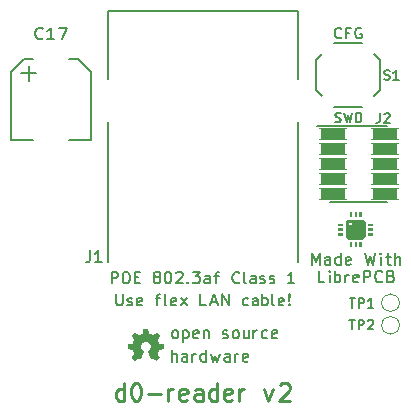
<source format=gbr>
G04 --- HEADER BEGIN --- *
G04 #@! TF.GenerationSoftware,LibrePCB,LibrePCB,1.0.1-unstable*
G04 #@! TF.CreationDate,2024-02-11T18:20:56*
G04 #@! TF.ProjectId,d0-reader,9220702f-a48e-4216-8865-87f6ea8ca353,v2*
G04 #@! TF.Part,Single*
G04 #@! TF.SameCoordinates*
G04 #@! TF.FileFunction,Legend,Top*
G04 #@! TF.FilePolarity,Positive*
%FSLAX66Y66*%
%MOMM*%
G01*
G75*
G04 --- HEADER END --- *
G04 --- APERTURE LIST BEGIN --- *
%ADD10C,0.2*%
%ADD11C,0.01*%
%ADD12C,0.1*%
%ADD13C,0.25*%
%ADD14C,0.15*%
%AMROUNDEDRECT15*20,1,0.96,-1.26,0.0,1.26,0.0,0.0*20,1,0.38,-1.55,0.0,1.55,0.0,0.0*1,1,0.58,-1.26,0.19*1,1,0.58,1.26,0.19*1,1,0.58,1.26,-0.19*1,1,0.58,-1.26,-0.19*%
%ADD15ROUNDEDRECT15*%
%ADD16C,1.2*%
%AMROUNDEDRECT17*20,1,0.9,-0.325,0.0,0.325,0.0,90.0*20,1,0.35,-0.6,0.0,0.6,0.0,90.0*1,1,0.55,-0.175,-0.325*1,1,0.55,-0.175,0.325*1,1,0.55,0.175,0.325*1,1,0.55,0.175,-0.325*%
%ADD17ROUNDEDRECT17*%
%ADD18C,1.8*%
%ADD19C,2.7*%
%ADD20C,3.2*%
%AMROUNDEDRECT21*20,1,2.0,-1.8,0.0,1.8,0.0,90.0*20,1,1.8,-1.9,0.0,1.9,0.0,90.0*1,1,0.2,-0.9,-1.8*1,1,0.2,-0.9,1.8*1,1,0.2,0.9,1.8*1,1,0.2,0.9,-1.8*%
%ADD21ROUNDEDRECT21*%
G04 --- APERTURE LIST END --- *
G04 --- BOARD BEGIN --- *
D10*
G04 #@! TO.C,J2*
X9646250Y7327500D02*
X15606250Y7327500D01*
X15606250Y927500D02*
X10746250Y927500D01*
D11*
G04 #@! TO.C,LOGO1*
G36*
X13998125Y-1728750D02*
X14418125Y-1728750D01*
X14418125Y-1928750D01*
X13998125Y-1928750D01*
X13998125Y-1728750D01*
G37*
G36*
X12838125Y-368750D02*
X13038125Y-368750D01*
X13038125Y51250D01*
X12838125Y51250D01*
X12838125Y-368750D01*
G37*
G36*
X12438125Y-368750D02*
X12638125Y-368750D01*
X12638125Y51250D01*
X12438125Y51250D01*
X12438125Y-368750D01*
G37*
G36*
X11878125Y-928750D02*
X11458125Y-928750D01*
X11458125Y-1128750D01*
X11878125Y-1128750D01*
X11878125Y-928750D01*
G37*
G36*
X12838125Y-2488750D02*
X13038125Y-2488750D01*
X13038125Y-2908750D01*
X12838125Y-2908750D01*
X12838125Y-2488750D01*
G37*
G36*
X12303125Y-581750D02*
X13573125Y-581750D01*
G02*
X13785125Y-793750I0J-212000D01*
G01*
X13785125Y-2063750D01*
G02*
X13573125Y-2275750I-212000J0D01*
G01*
X12303125Y-2275750D01*
G02*
X12091125Y-2063750I0J212000D01*
G01*
X12091125Y-963750D01*
X12306125Y-963750D01*
G03*
X12473125Y-1130750I167000J0D01*
G01*
G03*
X12640125Y-963750I0J167000D01*
G01*
G03*
X12473125Y-796750I-167000J0D01*
G01*
G03*
X12306125Y-963750I0J-167000D01*
G01*
X12091125Y-963750D01*
X12091125Y-793750D01*
G02*
X12303125Y-581750I212000J0D01*
G01*
G37*
G36*
X13998125Y-928750D02*
X14418125Y-928750D01*
X14418125Y-1128750D01*
X13998125Y-1128750D01*
X13998125Y-928750D01*
G37*
G36*
X13238125Y-368750D02*
X13438125Y-368750D01*
X13438125Y51250D01*
X13238125Y51250D01*
X13238125Y-368750D01*
G37*
G36*
X11878125Y-1328750D02*
X11458125Y-1328750D01*
X11458125Y-1528750D01*
X11878125Y-1528750D01*
X11878125Y-1328750D01*
G37*
G36*
X12438125Y-2488750D02*
X12638125Y-2488750D01*
X12638125Y-2908750D01*
X12438125Y-2908750D01*
X12438125Y-2488750D01*
G37*
G36*
X11878125Y-1728750D02*
X11458125Y-1728750D01*
X11458125Y-1928750D01*
X11878125Y-1928750D01*
X11878125Y-1728750D01*
G37*
G36*
X13238125Y-2488750D02*
X13438125Y-2488750D01*
X13438125Y-2908750D01*
X13238125Y-2908750D01*
X13238125Y-2488750D01*
G37*
G36*
X13998125Y-1328750D02*
X14418125Y-1328750D01*
X14418125Y-1528750D01*
X13998125Y-1528750D01*
X13998125Y-1328750D01*
G37*
D10*
X9244930Y-4413125D02*
X9244930Y-3413125D01*
X9578263Y-4127569D01*
X9911597Y-3413125D01*
X9911597Y-4413125D01*
X10788264Y-4413125D02*
X10788264Y-3889792D01*
X10740486Y-3794236D01*
X10644930Y-3746458D01*
X10454930Y-3746458D01*
X10359375Y-3794236D01*
X10788264Y-4365347D02*
X10692708Y-4413125D01*
X10454930Y-4413125D01*
X10359375Y-4365347D01*
X10311597Y-4269792D01*
X10311597Y-4175347D01*
X10359375Y-4079792D01*
X10454930Y-4032014D01*
X10692708Y-4032014D01*
X10788264Y-3984236D01*
X11664931Y-4413125D02*
X11664931Y-3413125D01*
X11664931Y-4365347D02*
X11569375Y-4413125D01*
X11378264Y-4413125D01*
X11283820Y-4365347D01*
X11236042Y-4317569D01*
X11188264Y-4223125D01*
X11188264Y-3936458D01*
X11236042Y-3842014D01*
X11283820Y-3794236D01*
X11378264Y-3746458D01*
X11569375Y-3746458D01*
X11664931Y-3794236D01*
X12493820Y-4365347D02*
X12398264Y-4413125D01*
X12208264Y-4413125D01*
X12112709Y-4365347D01*
X12064931Y-4269792D01*
X12064931Y-3889792D01*
X12112709Y-3794236D01*
X12208264Y-3746458D01*
X12398264Y-3746458D01*
X12493820Y-3794236D01*
X12541598Y-3889792D01*
X12541598Y-3984236D01*
X12064931Y-4079792D01*
X13741597Y-3413125D02*
X13979375Y-4413125D01*
X14170486Y-3698681D01*
X14360486Y-4413125D01*
X14598264Y-3413125D01*
X15046042Y-4413125D02*
X15046042Y-3746458D01*
X15046042Y-3413125D02*
X14998264Y-3460903D01*
X15046042Y-3508681D01*
X15093820Y-3460903D01*
X15046042Y-3413125D01*
X15046042Y-3508681D01*
X15493820Y-3746458D02*
X15874931Y-3746458D01*
X15637153Y-3413125D02*
X15637153Y-4269792D01*
X15683820Y-4365347D01*
X15779376Y-4413125D01*
X15874931Y-4413125D01*
X16274931Y-4413125D02*
X16274931Y-3413125D01*
X16703820Y-4413125D02*
X16703820Y-3889792D01*
X16656042Y-3794236D01*
X16560487Y-3746458D01*
X16418264Y-3746458D01*
X16322709Y-3794236D01*
X16274931Y-3842014D01*
X10264930Y-5893125D02*
X9788263Y-5893125D01*
X9788263Y-4893125D01*
X10712708Y-5893125D02*
X10712708Y-5226458D01*
X10712708Y-4893125D02*
X10664930Y-4940903D01*
X10712708Y-4988681D01*
X10760486Y-4940903D01*
X10712708Y-4893125D01*
X10712708Y-4988681D01*
X11160486Y-5893125D02*
X11160486Y-4893125D01*
X11160486Y-5274236D02*
X11256042Y-5226458D01*
X11446042Y-5226458D01*
X11541597Y-5274236D01*
X11589375Y-5322014D01*
X11637153Y-5416458D01*
X11637153Y-5703125D01*
X11589375Y-5797569D01*
X11541597Y-5845347D01*
X11446042Y-5893125D01*
X11256042Y-5893125D01*
X11160486Y-5845347D01*
X12037153Y-5893125D02*
X12037153Y-5226458D01*
X12037153Y-5416458D02*
X12084931Y-5322014D01*
X12132709Y-5274236D01*
X12227153Y-5226458D01*
X12322709Y-5226458D01*
X13151598Y-5845347D02*
X13056042Y-5893125D01*
X12866042Y-5893125D01*
X12770487Y-5845347D01*
X12722709Y-5749792D01*
X12722709Y-5369792D01*
X12770487Y-5274236D01*
X12866042Y-5226458D01*
X13056042Y-5226458D01*
X13151598Y-5274236D01*
X13199376Y-5369792D01*
X13199376Y-5464236D01*
X12722709Y-5559792D01*
X13599376Y-5893125D02*
X13599376Y-4893125D01*
X13980487Y-4893125D01*
X14076043Y-4940903D01*
X14122709Y-4988681D01*
X14170487Y-5083125D01*
X14170487Y-5226458D01*
X14122709Y-5322014D01*
X14076043Y-5369792D01*
X13980487Y-5416458D01*
X13599376Y-5416458D01*
X15189376Y-5797569D02*
X15141598Y-5845347D01*
X14999376Y-5893125D01*
X14903820Y-5893125D01*
X14760487Y-5845347D01*
X14666043Y-5749792D01*
X14618265Y-5655347D01*
X14570487Y-5464236D01*
X14570487Y-5322014D01*
X14618265Y-5130903D01*
X14666043Y-5036458D01*
X14760487Y-4940903D01*
X14903820Y-4893125D01*
X14999376Y-4893125D01*
X15141598Y-4940903D01*
X15189376Y-4988681D01*
X15922709Y-5369792D02*
X16066043Y-5416458D01*
X16112709Y-5464236D01*
X16160487Y-5559792D01*
X16160487Y-5703125D01*
X16112709Y-5797569D01*
X16066043Y-5845347D01*
X15970487Y-5893125D01*
X15589376Y-5893125D01*
X15589376Y-4893125D01*
X15922709Y-4893125D01*
X16018265Y-4940903D01*
X16066043Y-4988681D01*
X16112709Y-5083125D01*
X16112709Y-5178681D01*
X16066043Y-5274236D01*
X16018265Y-5322014D01*
X15922709Y-5369792D01*
X15589376Y-5369792D01*
D12*
G04 #@! TO.C,TP1*
X16625000Y-7620000D02*
G02*
X15125000Y-7620000I-750000J0D01*
G01*
G02*
X16625000Y-7620000I750000J0D01*
G01*
D10*
G04 #@! TO.C,S1*
X13503125Y14368125D02*
X11103125Y14368125D01*
X14503125Y9868125D02*
X15003125Y10368125D01*
X15003125Y12968125D01*
X14503125Y13468125D01*
X10103125Y13468125D02*
X9603125Y12968125D01*
X9603125Y10368125D01*
X10103125Y9868125D01*
X11103125Y8968125D02*
X13503125Y8968125D01*
G04 #@! TO.C,J1*
X-8075000Y-4175000D02*
X-8075000Y7650000D01*
X-8075000Y11350000D02*
X-8075000Y17075000D01*
X8075000Y17075000D01*
X8075000Y11350000D01*
X8075000Y-4175000D02*
X8075000Y7650000D01*
D12*
G04 #@! TO.C,TP2*
X16625000Y-9525000D02*
G02*
X15125000Y-9525000I-750000J0D01*
G01*
G02*
X16625000Y-9525000I750000J0D01*
G01*
D11*
G04 #@! TO.C,OSHW1*
G36*
X-4663460Y-11738260D02*
G03*
X-5020290Y-11738260I-178415J387635D01*
G01*
G02*
X-5010390Y-11763345I-8153J-17714D01*
G01*
X-5266216Y-12389902D01*
G02*
X-5291732Y-12400547I-18054J7371D01*
G01*
X-5430688Y-12342989D01*
G03*
X-5449078Y-12344854I-7462J-18017D01*
G01*
X-5754677Y-12551607D01*
G02*
X-5779393Y-12549245I-10927J16151D01*
G01*
X-6040495Y-12288143D01*
G02*
X-6042857Y-12263427I13789J13789D01*
G01*
X-5836104Y-11957828D01*
G03*
X-5834239Y-11939438I-16152J10928D01*
G01*
X-5959936Y-11635978D01*
G03*
X-5974258Y-11624294I-18015J-7463D01*
G01*
X-6336546Y-11554399D01*
G02*
X-6352352Y-11535252I3694J19147D01*
G01*
X-6352352Y-11165998D01*
G02*
X-6336546Y-11146851I19500J0D01*
G01*
X-5974258Y-11076956D01*
G03*
X-5959936Y-11065272I-3693J19147D01*
G01*
X-5834239Y-10761812D01*
G03*
X-5836104Y-10743422I-18017J7462D01*
G01*
X-6042857Y-10437823D01*
G02*
X-6040495Y-10413107I16151J10927D01*
G01*
X-5779393Y-10152005D01*
G02*
X-5754677Y-10149643I13789J-13789D01*
G01*
X-5449078Y-10356396D01*
G03*
X-5430688Y-10358261I10928J16152D01*
G01*
X-5127228Y-10232564D01*
G03*
X-5115544Y-10218242I-7463J18015D01*
G01*
X-5045649Y-9855954D01*
G02*
X-5026502Y-9840148I19147J-3694D01*
G01*
X-4657248Y-9840148D01*
G02*
X-4638101Y-9855954I0J-19500D01*
G01*
X-4568206Y-10218242D01*
G03*
X-4556522Y-10232564I19147J3693D01*
G01*
X-4253062Y-10358261D01*
G03*
X-4234672Y-10356396I7462J18017D01*
G01*
X-3929073Y-10149643D01*
G02*
X-3904357Y-10152005I10927J-16151D01*
G01*
X-3643255Y-10413107D01*
G02*
X-3640893Y-10437823I-13789J-13789D01*
G01*
X-3847646Y-10743422D01*
G03*
X-3849511Y-10761812I16152J-10928D01*
G01*
X-3723814Y-11065272D01*
G03*
X-3709492Y-11076956I18015J7463D01*
G01*
X-3347204Y-11146851D01*
G02*
X-3331398Y-11165998I-3694J-19147D01*
G01*
X-3331398Y-11535252D01*
G02*
X-3347204Y-11554399I-19500J0D01*
G01*
X-3709492Y-11624294D01*
G03*
X-3723814Y-11635978I3693J-19147D01*
G01*
X-3849511Y-11939438D01*
G03*
X-3847646Y-11957828I18017J-7462D01*
G01*
X-3640893Y-12263427D01*
G02*
X-3643255Y-12288143I-16151J-10927D01*
G01*
X-3904357Y-12549245D01*
G02*
X-3929073Y-12551607I-13789J13789D01*
G01*
X-4234672Y-12344854D01*
G03*
X-4253062Y-12342989I-10928J-16152D01*
G01*
X-4392018Y-12400547D01*
G02*
X-4417534Y-12389902I-7462J18016D01*
G01*
X-4673360Y-11763345D01*
G02*
X-4663460Y-11738260I18053J7371D01*
G01*
G37*
D10*
X-2429375Y-10623611D02*
X-2523819Y-10575833D01*
X-2571597Y-10528055D01*
X-2619375Y-10433611D01*
X-2619375Y-10146944D01*
X-2571597Y-10052500D01*
X-2523819Y-10004722D01*
X-2429375Y-9956944D01*
X-2286042Y-9956944D01*
X-2190486Y-10004722D01*
X-2142708Y-10052500D01*
X-2096042Y-10146944D01*
X-2096042Y-10433611D01*
X-2142708Y-10528055D01*
X-2190486Y-10575833D01*
X-2286042Y-10623611D01*
X-2429375Y-10623611D01*
X-1696042Y-9956944D02*
X-1696042Y-10956944D01*
X-1696042Y-10004722D02*
X-1600486Y-9956944D01*
X-1410486Y-9956944D01*
X-1314931Y-10004722D01*
X-1267153Y-10052500D01*
X-1219375Y-10146944D01*
X-1219375Y-10433611D01*
X-1267153Y-10528055D01*
X-1314931Y-10575833D01*
X-1410486Y-10623611D01*
X-1600486Y-10623611D01*
X-1696042Y-10575833D01*
X-390486Y-10575833D02*
X-486042Y-10623611D01*
X-676042Y-10623611D01*
X-771597Y-10575833D01*
X-819375Y-10480278D01*
X-819375Y-10100278D01*
X-771597Y-10004722D01*
X-676042Y-9956944D01*
X-486042Y-9956944D01*
X-390486Y-10004722D01*
X-342708Y-10100278D01*
X-342708Y-10194722D01*
X-819375Y-10290278D01*
X57292Y-9956944D02*
X57292Y-10623611D01*
X57292Y-10052500D02*
X105070Y-10004722D01*
X200625Y-9956944D01*
X342848Y-9956944D01*
X438403Y-10004722D01*
X486181Y-10100278D01*
X486181Y-10623611D01*
X1686180Y-10575833D02*
X1781736Y-10623611D01*
X1971736Y-10623611D01*
X2067291Y-10575833D01*
X2115069Y-10480278D01*
X2115069Y-10433611D01*
X2067291Y-10338055D01*
X1971736Y-10290278D01*
X1829513Y-10290278D01*
X1733958Y-10242500D01*
X1686180Y-10146944D01*
X1686180Y-10100278D01*
X1733958Y-10004722D01*
X1829513Y-9956944D01*
X1971736Y-9956944D01*
X2067291Y-10004722D01*
X2705069Y-10623611D02*
X2610625Y-10575833D01*
X2562847Y-10528055D01*
X2515069Y-10433611D01*
X2515069Y-10146944D01*
X2562847Y-10052500D01*
X2610625Y-10004722D01*
X2705069Y-9956944D01*
X2848402Y-9956944D01*
X2943958Y-10004722D01*
X2991736Y-10052500D01*
X3038402Y-10146944D01*
X3038402Y-10433611D01*
X2991736Y-10528055D01*
X2943958Y-10575833D01*
X2848402Y-10623611D01*
X2705069Y-10623611D01*
X3867291Y-9956944D02*
X3867291Y-10623611D01*
X3438402Y-9956944D02*
X3438402Y-10480278D01*
X3486180Y-10575833D01*
X3581735Y-10623611D01*
X3723958Y-10623611D01*
X3819513Y-10575833D01*
X3867291Y-10528055D01*
X4267291Y-10623611D02*
X4267291Y-9956944D01*
X4267291Y-10146944D02*
X4315069Y-10052500D01*
X4362847Y-10004722D01*
X4457291Y-9956944D01*
X4552847Y-9956944D01*
X5429514Y-10575833D02*
X5333958Y-10623611D01*
X5142847Y-10623611D01*
X5048403Y-10575833D01*
X5000625Y-10528055D01*
X4952847Y-10433611D01*
X4952847Y-10146944D01*
X5000625Y-10052500D01*
X5048403Y-10004722D01*
X5142847Y-9956944D01*
X5333958Y-9956944D01*
X5429514Y-10004722D01*
X6258403Y-10575833D02*
X6162847Y-10623611D01*
X5972847Y-10623611D01*
X5877292Y-10575833D01*
X5829514Y-10480278D01*
X5829514Y-10100278D01*
X5877292Y-10004722D01*
X5972847Y-9956944D01*
X6162847Y-9956944D01*
X6258403Y-10004722D01*
X6306181Y-10100278D01*
X6306181Y-10194722D01*
X5829514Y-10290278D01*
X-2619375Y-12601388D02*
X-2619375Y-11601388D01*
X-2190486Y-12601388D02*
X-2190486Y-12078055D01*
X-2238264Y-11982499D01*
X-2333819Y-11934721D01*
X-2476042Y-11934721D01*
X-2571597Y-11982499D01*
X-2619375Y-12030277D01*
X-1313819Y-12601388D02*
X-1313819Y-12078055D01*
X-1361597Y-11982499D01*
X-1457153Y-11934721D01*
X-1647153Y-11934721D01*
X-1742708Y-11982499D01*
X-1313819Y-12553610D02*
X-1409375Y-12601388D01*
X-1647153Y-12601388D01*
X-1742708Y-12553610D01*
X-1790486Y-12458055D01*
X-1790486Y-12363610D01*
X-1742708Y-12268055D01*
X-1647153Y-12220277D01*
X-1409375Y-12220277D01*
X-1313819Y-12172499D01*
X-913819Y-12601388D02*
X-913819Y-11934721D01*
X-913819Y-12124721D02*
X-866041Y-12030277D01*
X-818263Y-11982499D01*
X-723819Y-11934721D01*
X-628263Y-11934721D01*
X248404Y-12601388D02*
X248404Y-11601388D01*
X248404Y-12553610D02*
X152848Y-12601388D01*
X-38263Y-12601388D01*
X-132707Y-12553610D01*
X-180485Y-12505832D01*
X-228263Y-12411388D01*
X-228263Y-12124721D01*
X-180485Y-12030277D01*
X-132707Y-11982499D01*
X-38263Y-11934721D01*
X152848Y-11934721D01*
X248404Y-11982499D01*
X648404Y-11934721D02*
X838404Y-12601388D01*
X1029515Y-12124721D01*
X1219515Y-12601388D01*
X1410626Y-11934721D01*
X2287293Y-12601388D02*
X2287293Y-12078055D01*
X2239515Y-11982499D01*
X2143959Y-11934721D01*
X1953959Y-11934721D01*
X1858404Y-11982499D01*
X2287293Y-12553610D02*
X2191737Y-12601388D01*
X1953959Y-12601388D01*
X1858404Y-12553610D01*
X1810626Y-12458055D01*
X1810626Y-12363610D01*
X1858404Y-12268055D01*
X1953959Y-12220277D01*
X2191737Y-12220277D01*
X2287293Y-12172499D01*
X2687293Y-12601388D02*
X2687293Y-11934721D01*
X2687293Y-12124721D02*
X2735071Y-12030277D01*
X2782849Y-11982499D01*
X2877293Y-11934721D01*
X2972849Y-11934721D01*
X3801738Y-12553610D02*
X3706182Y-12601388D01*
X3516182Y-12601388D01*
X3420627Y-12553610D01*
X3372849Y-12458055D01*
X3372849Y-12078055D01*
X3420627Y-11982499D01*
X3516182Y-11934721D01*
X3706182Y-11934721D01*
X3801738Y-11982499D01*
X3849516Y-12078055D01*
X3849516Y-12172499D01*
X3372849Y-12268055D01*
G04 #@! TO.C,C17*
X-14358750Y6204375D02*
X-16258750Y6204375D01*
X-16258750Y11904375D01*
X-15158750Y13004375D01*
X-14358750Y13004375D01*
X-11358750Y6204375D02*
X-9458750Y6204375D01*
X-9458750Y11904375D01*
X-10558750Y13004375D01*
X-11358750Y13004375D01*
X-15398750Y11826875D02*
X-14128750Y11826875D01*
X-14763750Y12461875D02*
X-14763750Y11191875D01*
D13*
G04 #@! TD*
X-6647499Y-15910625D02*
X-6647499Y-14410625D01*
X-6647499Y-15838958D02*
X-6790832Y-15910625D01*
X-7077499Y-15910625D01*
X-7219166Y-15838958D01*
X-7290832Y-15767292D01*
X-7362499Y-15625625D01*
X-7362499Y-15195625D01*
X-7290832Y-15053958D01*
X-7219166Y-14982292D01*
X-7077499Y-14910625D01*
X-6790832Y-14910625D01*
X-6647499Y-14982292D01*
X-5740832Y-14410625D02*
X-5597499Y-14410625D01*
X-5454166Y-14482292D01*
X-5382499Y-14553958D01*
X-5312499Y-14695625D01*
X-5240832Y-14982292D01*
X-5240832Y-15338958D01*
X-5312499Y-15625625D01*
X-5382499Y-15767292D01*
X-5454166Y-15838958D01*
X-5597499Y-15910625D01*
X-5740832Y-15910625D01*
X-5882499Y-15838958D01*
X-5954166Y-15767292D01*
X-6025832Y-15625625D01*
X-6097499Y-15338958D01*
X-6097499Y-14982292D01*
X-6025832Y-14695625D01*
X-5954166Y-14553958D01*
X-5882499Y-14482292D01*
X-5740832Y-14410625D01*
X-4690832Y-15338958D02*
X-3547499Y-15338958D01*
X-2997499Y-15910625D02*
X-2997499Y-14910625D01*
X-2997499Y-15195625D02*
X-2925832Y-15053958D01*
X-2854166Y-14982292D01*
X-2712499Y-14910625D01*
X-2569166Y-14910625D01*
X-1375833Y-15838958D02*
X-1519166Y-15910625D01*
X-1804166Y-15910625D01*
X-1947499Y-15838958D01*
X-2019166Y-15695625D01*
X-2019166Y-15125625D01*
X-1947499Y-14982292D01*
X-1804166Y-14910625D01*
X-1519166Y-14910625D01*
X-1375833Y-14982292D01*
X-1304166Y-15125625D01*
X-1304166Y-15267292D01*
X-2019166Y-15410625D01*
X-39166Y-15910625D02*
X-39166Y-15125625D01*
X-110833Y-14982292D01*
X-254166Y-14910625D01*
X-539166Y-14910625D01*
X-682499Y-14982292D01*
X-39166Y-15838958D02*
X-182499Y-15910625D01*
X-539166Y-15910625D01*
X-682499Y-15838958D01*
X-754166Y-15695625D01*
X-754166Y-15553958D01*
X-682499Y-15410625D01*
X-539166Y-15338958D01*
X-182499Y-15338958D01*
X-39166Y-15267292D01*
X1225834Y-15910625D02*
X1225834Y-14410625D01*
X1225834Y-15838958D02*
X1082501Y-15910625D01*
X795834Y-15910625D01*
X654167Y-15838958D01*
X582501Y-15767292D01*
X510834Y-15625625D01*
X510834Y-15195625D01*
X582501Y-15053958D01*
X654167Y-14982292D01*
X795834Y-14910625D01*
X1082501Y-14910625D01*
X1225834Y-14982292D01*
X2419167Y-15838958D02*
X2275834Y-15910625D01*
X1990834Y-15910625D01*
X1847501Y-15838958D01*
X1775834Y-15695625D01*
X1775834Y-15125625D01*
X1847501Y-14982292D01*
X1990834Y-14910625D01*
X2275834Y-14910625D01*
X2419167Y-14982292D01*
X2490834Y-15125625D01*
X2490834Y-15267292D01*
X1775834Y-15410625D01*
X3040834Y-15910625D02*
X3040834Y-14910625D01*
X3040834Y-15195625D02*
X3112501Y-15053958D01*
X3184167Y-14982292D01*
X3325834Y-14910625D01*
X3469167Y-14910625D01*
X5169166Y-14910625D02*
X5525833Y-15910625D01*
X5884166Y-14910625D01*
X6505833Y-14553958D02*
X6577499Y-14482292D01*
X6719166Y-14410625D01*
X7077499Y-14410625D01*
X7219166Y-14482292D01*
X7290833Y-14553958D01*
X7362499Y-14695625D01*
X7362499Y-14838958D01*
X7290833Y-15053958D01*
X6434166Y-15910625D01*
X7362499Y-15910625D01*
D10*
X-7744887Y-5959931D02*
X-7744887Y-5009931D01*
X-7382831Y-5009931D01*
X-7292054Y-5055320D01*
X-7247720Y-5100709D01*
X-7202331Y-5190431D01*
X-7202331Y-5326598D01*
X-7247720Y-5417375D01*
X-7292054Y-5462764D01*
X-7382831Y-5507098D01*
X-7744887Y-5507098D01*
X-6586442Y-5009931D02*
X-6404887Y-5009931D01*
X-6315164Y-5055320D01*
X-6224387Y-5146098D01*
X-6178998Y-5326598D01*
X-6178998Y-5643264D01*
X-6224387Y-5823764D01*
X-6315164Y-5914542D01*
X-6404887Y-5959931D01*
X-6586442Y-5959931D01*
X-6676164Y-5914542D01*
X-6766942Y-5823764D01*
X-6812331Y-5643264D01*
X-6812331Y-5326598D01*
X-6766942Y-5146098D01*
X-6676164Y-5055320D01*
X-6586442Y-5009931D01*
X-5788998Y-5462764D02*
X-5472331Y-5462764D01*
X-5336165Y-5959931D02*
X-5788998Y-5959931D01*
X-5788998Y-5009931D01*
X-5336165Y-5009931D01*
X-3995666Y-5417375D02*
X-4085388Y-5371987D01*
X-4130777Y-5326598D01*
X-4176166Y-5235820D01*
X-4176166Y-5190431D01*
X-4130777Y-5100709D01*
X-4085388Y-5055320D01*
X-3995666Y-5009931D01*
X-3814110Y-5009931D01*
X-3723333Y-5055320D01*
X-3678999Y-5100709D01*
X-3633610Y-5190431D01*
X-3633610Y-5235820D01*
X-3678999Y-5326598D01*
X-3723333Y-5371987D01*
X-3814110Y-5417375D01*
X-3995666Y-5417375D01*
X-4085388Y-5462764D01*
X-4130777Y-5507098D01*
X-4176166Y-5597875D01*
X-4176166Y-5779431D01*
X-4130777Y-5869153D01*
X-4085388Y-5914542D01*
X-3995666Y-5959931D01*
X-3814110Y-5959931D01*
X-3723333Y-5914542D01*
X-3678999Y-5869153D01*
X-3633610Y-5779431D01*
X-3633610Y-5597875D01*
X-3678999Y-5507098D01*
X-3723333Y-5462764D01*
X-3814110Y-5417375D01*
X-3017721Y-5009931D02*
X-2926943Y-5009931D01*
X-2836166Y-5055320D01*
X-2790777Y-5100709D01*
X-2746443Y-5190431D01*
X-2701054Y-5371987D01*
X-2701054Y-5597875D01*
X-2746443Y-5779431D01*
X-2790777Y-5869153D01*
X-2836166Y-5914542D01*
X-2926943Y-5959931D01*
X-3017721Y-5959931D01*
X-3107443Y-5914542D01*
X-3152832Y-5869153D01*
X-3198221Y-5779431D01*
X-3243610Y-5597875D01*
X-3243610Y-5371987D01*
X-3198221Y-5190431D01*
X-3152832Y-5100709D01*
X-3107443Y-5055320D01*
X-3017721Y-5009931D01*
X-2265665Y-5100709D02*
X-2220276Y-5055320D01*
X-2130554Y-5009931D01*
X-1903610Y-5009931D01*
X-1813887Y-5055320D01*
X-1768498Y-5100709D01*
X-1723110Y-5190431D01*
X-1723110Y-5281209D01*
X-1768498Y-5417375D01*
X-2311054Y-5959931D01*
X-1723110Y-5959931D01*
X-1287721Y-5869153D02*
X-1242332Y-5914542D01*
X-1287721Y-5959931D01*
X-1333110Y-5914542D01*
X-1287721Y-5869153D01*
X-1287721Y-5959931D01*
X-852332Y-5009931D02*
X-264388Y-5009931D01*
X-581054Y-5371987D01*
X-444888Y-5371987D01*
X-355165Y-5417375D01*
X-309776Y-5462764D01*
X-264388Y-5552487D01*
X-264388Y-5779431D01*
X-309776Y-5869153D01*
X-355165Y-5914542D01*
X-444888Y-5959931D01*
X-716165Y-5959931D01*
X-806943Y-5914542D01*
X-852332Y-5869153D01*
X578445Y-5959931D02*
X578445Y-5462764D01*
X533056Y-5371987D01*
X442279Y-5326598D01*
X261779Y-5326598D01*
X171001Y-5371987D01*
X578445Y-5914542D02*
X487668Y-5959931D01*
X261779Y-5959931D01*
X171001Y-5914542D01*
X125612Y-5823764D01*
X125612Y-5734042D01*
X171001Y-5643264D01*
X261779Y-5597875D01*
X487668Y-5597875D01*
X578445Y-5552487D01*
X968445Y-5326598D02*
X1330501Y-5326598D01*
X1104612Y-5959931D02*
X1104612Y-5146098D01*
X1148945Y-5055320D01*
X1239723Y-5009931D01*
X1330501Y-5009931D01*
X3078444Y-5869153D02*
X3033056Y-5914542D01*
X2897944Y-5959931D01*
X2807167Y-5959931D01*
X2671000Y-5914542D01*
X2581278Y-5823764D01*
X2535889Y-5734042D01*
X2490500Y-5552487D01*
X2490500Y-5417375D01*
X2535889Y-5235820D01*
X2581278Y-5146098D01*
X2671000Y-5055320D01*
X2807167Y-5009931D01*
X2897944Y-5009931D01*
X3033056Y-5055320D01*
X3078444Y-5100709D01*
X3604611Y-5959931D02*
X3513833Y-5914542D01*
X3468444Y-5823764D01*
X3468444Y-5009931D01*
X4447444Y-5959931D02*
X4447444Y-5462764D01*
X4402055Y-5371987D01*
X4311278Y-5326598D01*
X4130778Y-5326598D01*
X4040000Y-5371987D01*
X4447444Y-5914542D02*
X4356667Y-5959931D01*
X4130778Y-5959931D01*
X4040000Y-5914542D01*
X3994611Y-5823764D01*
X3994611Y-5734042D01*
X4040000Y-5643264D01*
X4130778Y-5597875D01*
X4356667Y-5597875D01*
X4447444Y-5552487D01*
X4837444Y-5914542D02*
X4928222Y-5959931D01*
X5108722Y-5959931D01*
X5199500Y-5914542D01*
X5244888Y-5823764D01*
X5244888Y-5779431D01*
X5199500Y-5688653D01*
X5108722Y-5643264D01*
X4973611Y-5643264D01*
X4882833Y-5597875D01*
X4837444Y-5507098D01*
X4837444Y-5462764D01*
X4882833Y-5371987D01*
X4973611Y-5326598D01*
X5108722Y-5326598D01*
X5199500Y-5371987D01*
X5634888Y-5914542D02*
X5725666Y-5959931D01*
X5906166Y-5959931D01*
X5996944Y-5914542D01*
X6042332Y-5823764D01*
X6042332Y-5779431D01*
X5996944Y-5688653D01*
X5906166Y-5643264D01*
X5771055Y-5643264D01*
X5680277Y-5597875D01*
X5634888Y-5507098D01*
X5634888Y-5462764D01*
X5680277Y-5371987D01*
X5771055Y-5326598D01*
X5906166Y-5326598D01*
X5996944Y-5371987D01*
X7744887Y-5959931D02*
X7202331Y-5959931D01*
X7473609Y-5959931D02*
X7473609Y-5009931D01*
X7382831Y-5146098D01*
X7293109Y-5235820D01*
X7202331Y-5281209D01*
X-7339026Y-6898819D02*
X-7339026Y-7668319D01*
X-7293637Y-7758041D01*
X-7248248Y-7803430D01*
X-7158526Y-7848819D01*
X-6976970Y-7848819D01*
X-6886193Y-7803430D01*
X-6841859Y-7758041D01*
X-6796470Y-7668319D01*
X-6796470Y-6898819D01*
X-6406470Y-7803430D02*
X-6315692Y-7848819D01*
X-6135192Y-7848819D01*
X-6044414Y-7803430D01*
X-5999026Y-7712652D01*
X-5999026Y-7668319D01*
X-6044414Y-7577541D01*
X-6135192Y-7532152D01*
X-6270303Y-7532152D01*
X-6361081Y-7486763D01*
X-6406470Y-7395986D01*
X-6406470Y-7351652D01*
X-6361081Y-7260875D01*
X-6270303Y-7215486D01*
X-6135192Y-7215486D01*
X-6044414Y-7260875D01*
X-5201582Y-7803430D02*
X-5292359Y-7848819D01*
X-5472859Y-7848819D01*
X-5563637Y-7803430D01*
X-5609026Y-7712652D01*
X-5609026Y-7351652D01*
X-5563637Y-7260875D01*
X-5472859Y-7215486D01*
X-5292359Y-7215486D01*
X-5201582Y-7260875D01*
X-5156193Y-7351652D01*
X-5156193Y-7441375D01*
X-5609026Y-7532152D01*
X-3996194Y-7215486D02*
X-3634138Y-7215486D01*
X-3860027Y-7848819D02*
X-3860027Y-7034986D01*
X-3815694Y-6944208D01*
X-3724916Y-6898819D01*
X-3634138Y-6898819D01*
X-3107971Y-7848819D02*
X-3198749Y-7803430D01*
X-3244138Y-7712652D01*
X-3244138Y-6898819D01*
X-2310527Y-7803430D02*
X-2401304Y-7848819D01*
X-2581804Y-7848819D01*
X-2672582Y-7803430D01*
X-2717971Y-7712652D01*
X-2717971Y-7351652D01*
X-2672582Y-7260875D01*
X-2581804Y-7215486D01*
X-2401304Y-7215486D01*
X-2310527Y-7260875D01*
X-2265138Y-7351652D01*
X-2265138Y-7441375D01*
X-2717971Y-7532152D01*
X-1875138Y-7848819D02*
X-1377971Y-7215486D01*
X-1875138Y-7215486D02*
X-1377971Y-7848819D01*
X234861Y-7848819D02*
X-217972Y-7848819D01*
X-217972Y-6898819D01*
X715639Y-7577541D02*
X1167417Y-7577541D01*
X624861Y-7848819D02*
X941528Y-6898819D01*
X1258194Y-7848819D01*
X1648194Y-7848819D02*
X1648194Y-6898819D01*
X2190750Y-7848819D01*
X2190750Y-6898819D01*
X3803582Y-7803430D02*
X3712805Y-7848819D01*
X3531249Y-7848819D01*
X3441527Y-7803430D01*
X3396138Y-7758041D01*
X3350749Y-7668319D01*
X3350749Y-7395986D01*
X3396138Y-7306263D01*
X3441527Y-7260875D01*
X3531249Y-7215486D01*
X3712805Y-7215486D01*
X3803582Y-7260875D01*
X4646415Y-7848819D02*
X4646415Y-7351652D01*
X4601026Y-7260875D01*
X4510249Y-7215486D01*
X4329749Y-7215486D01*
X4238971Y-7260875D01*
X4646415Y-7803430D02*
X4555638Y-7848819D01*
X4329749Y-7848819D01*
X4238971Y-7803430D01*
X4193582Y-7712652D01*
X4193582Y-7622930D01*
X4238971Y-7532152D01*
X4329749Y-7486763D01*
X4555638Y-7486763D01*
X4646415Y-7441375D01*
X5036415Y-7848819D02*
X5036415Y-6898819D01*
X5036415Y-7260875D02*
X5127193Y-7215486D01*
X5307693Y-7215486D01*
X5398471Y-7260875D01*
X5443859Y-7306263D01*
X5489248Y-7395986D01*
X5489248Y-7668319D01*
X5443859Y-7758041D01*
X5398471Y-7803430D01*
X5307693Y-7848819D01*
X5127193Y-7848819D01*
X5036415Y-7803430D01*
X6015415Y-7848819D02*
X5924637Y-7803430D01*
X5879248Y-7712652D01*
X5879248Y-6898819D01*
X6812859Y-7803430D02*
X6722082Y-7848819D01*
X6541582Y-7848819D01*
X6450804Y-7803430D01*
X6405415Y-7712652D01*
X6405415Y-7351652D01*
X6450804Y-7260875D01*
X6541582Y-7215486D01*
X6722082Y-7215486D01*
X6812859Y-7260875D01*
X6858248Y-7351652D01*
X6858248Y-7441375D01*
X6405415Y-7532152D01*
X7293637Y-7758041D02*
X7339026Y-7803430D01*
X7293637Y-7848819D01*
X7248248Y-7803430D01*
X7293637Y-7758041D01*
X7293637Y-7848819D01*
X7293637Y-7486763D02*
X7248248Y-6944208D01*
X7293637Y-6898819D01*
X7339026Y-6944208D01*
X7293637Y-7486763D01*
X7293637Y-6898819D01*
D14*
G04 #@! TO.C,J2*
X14989889Y8442500D02*
X14989889Y7870944D01*
X14951667Y7757167D01*
X14875222Y7680722D01*
X14761444Y7642500D01*
X14685000Y7642500D01*
X15338111Y8366056D02*
X15376333Y8404278D01*
X15451889Y8442500D01*
X15643000Y8442500D01*
X15718556Y8404278D01*
X15756778Y8366056D01*
X15795000Y8290500D01*
X15795000Y8214056D01*
X15756778Y8099389D01*
X15299889Y7642500D01*
X15795000Y7642500D01*
G04 #@! TO.C,TP1*
X12419042Y-7223125D02*
X12875931Y-7223125D01*
X12647486Y-8023125D02*
X12647486Y-7223125D01*
X13185931Y-8023125D02*
X13185931Y-7223125D01*
X13490820Y-7223125D01*
X13567264Y-7261347D01*
X13604598Y-7299569D01*
X13642820Y-7375125D01*
X13642820Y-7489792D01*
X13604598Y-7566236D01*
X13567264Y-7604458D01*
X13490820Y-7641792D01*
X13185931Y-7641792D01*
X14409709Y-8023125D02*
X13952820Y-8023125D01*
X14181264Y-8023125D02*
X14181264Y-7223125D01*
X14104820Y-7337792D01*
X14029264Y-7413347D01*
X13952820Y-7451569D01*
G04 #@! TO.C,S1*
X15342486Y11309472D02*
X15457153Y11271250D01*
X15647375Y11271250D01*
X15723819Y11309472D01*
X15761153Y11347694D01*
X15799375Y11423250D01*
X15799375Y11499694D01*
X15761153Y11576139D01*
X15723819Y11614361D01*
X15647375Y11652583D01*
X15494486Y11689917D01*
X15418930Y11728139D01*
X15380708Y11766361D01*
X15342486Y11842806D01*
X15342486Y11919250D01*
X15380708Y11994806D01*
X15418930Y12033028D01*
X15494486Y12071250D01*
X15685597Y12071250D01*
X15799375Y12033028D01*
X16566264Y11271250D02*
X16109375Y11271250D01*
X16337819Y11271250D02*
X16337819Y12071250D01*
X16261375Y11956583D01*
X16185819Y11881028D01*
X16109375Y11842806D01*
D10*
G04 #@! TO.C,J1*
X-9543611Y-3175000D02*
X-9543611Y-3889444D01*
X-9591389Y-4031667D01*
X-9686944Y-4127222D01*
X-9829166Y-4175000D01*
X-9924722Y-4175000D01*
X-8572500Y-4175000D02*
X-9143611Y-4175000D01*
X-8858055Y-4175000D02*
X-8858055Y-3175000D01*
X-8953611Y-3318333D01*
X-9048055Y-3412778D01*
X-9143611Y-3460556D01*
D14*
G04 #@! TO.C,TP2*
X12399931Y-9048750D02*
X12856820Y-9048750D01*
X12628375Y-9848750D02*
X12628375Y-9048750D01*
X13166820Y-9848750D02*
X13166820Y-9048750D01*
X13471709Y-9048750D01*
X13548153Y-9086972D01*
X13585487Y-9125194D01*
X13623709Y-9200750D01*
X13623709Y-9315417D01*
X13585487Y-9391861D01*
X13548153Y-9430083D01*
X13471709Y-9467417D01*
X13166820Y-9467417D01*
X13971931Y-9125194D02*
X14010153Y-9086972D01*
X14085709Y-9048750D01*
X14276820Y-9048750D01*
X14352376Y-9086972D01*
X14390598Y-9125194D01*
X14428820Y-9200750D01*
X14428820Y-9277194D01*
X14390598Y-9391861D01*
X13933709Y-9848750D01*
X14428820Y-9848750D01*
D10*
G04 #@! TO.C,C17*
X-13568194Y14779931D02*
X-13615972Y14732153D01*
X-13758194Y14684375D01*
X-13853750Y14684375D01*
X-13997083Y14732153D01*
X-14091527Y14827708D01*
X-14139305Y14922153D01*
X-14187083Y15113264D01*
X-14187083Y15255486D01*
X-14139305Y15446597D01*
X-14091527Y15541042D01*
X-13997083Y15636597D01*
X-13853750Y15684375D01*
X-13758194Y15684375D01*
X-13615972Y15636597D01*
X-13568194Y15588819D01*
X-12597083Y14684375D02*
X-13168194Y14684375D01*
X-12882638Y14684375D02*
X-12882638Y15684375D01*
X-12978194Y15541042D01*
X-13072638Y15446597D01*
X-13168194Y15398819D01*
X-12197083Y15684375D02*
X-11530416Y15684375D01*
X-11959305Y14684375D01*
D14*
G04 #@! TO.C,J2*
X11193570Y7715097D02*
X11308237Y7676875D01*
X11498459Y7676875D01*
X11574903Y7715097D01*
X11612237Y7753319D01*
X11650459Y7828875D01*
X11650459Y7905319D01*
X11612237Y7981764D01*
X11574903Y8019986D01*
X11498459Y8058208D01*
X11345570Y8095542D01*
X11270014Y8133764D01*
X11231792Y8171986D01*
X11193570Y8248431D01*
X11193570Y8324875D01*
X11231792Y8400431D01*
X11270014Y8438653D01*
X11345570Y8476875D01*
X11536681Y8476875D01*
X11650459Y8438653D01*
X11960459Y8476875D02*
X12150681Y7676875D01*
X12303570Y8248431D01*
X12455570Y7676875D01*
X12645792Y8476875D01*
X12955792Y7676875D02*
X12955792Y8476875D01*
X13146014Y8476875D01*
X13260681Y8438653D01*
X13337125Y8362208D01*
X13374459Y8286653D01*
X13412681Y8133764D01*
X13412681Y8019986D01*
X13374459Y7867097D01*
X13337125Y7791542D01*
X13260681Y7715097D01*
X13146014Y7676875D01*
X12955792Y7676875D01*
D10*
G04 #@! TO.C,S1*
X11708625Y14849750D02*
X11665625Y14806750D01*
X11537625Y14763750D01*
X11451625Y14763750D01*
X11322625Y14806750D01*
X11237625Y14892750D01*
X11194625Y14977750D01*
X11151625Y15149750D01*
X11151625Y15277750D01*
X11194625Y15449750D01*
X11237625Y15534750D01*
X11322625Y15620750D01*
X11451625Y15663750D01*
X11537625Y15663750D01*
X11665625Y15620750D01*
X11708625Y15577750D01*
X12388625Y15234750D02*
X12088625Y15234750D01*
X12088625Y14763750D02*
X12088625Y15663750D01*
X12517625Y15663750D01*
X13411625Y15620750D02*
X13326625Y15663750D01*
X13197625Y15663750D01*
X13068625Y15620750D01*
X12983625Y15534750D01*
X12940625Y15449750D01*
X12897625Y15277750D01*
X12897625Y15149750D01*
X12940625Y14977750D01*
X12983625Y14892750D01*
X13068625Y14806750D01*
X13197625Y14763750D01*
X13283625Y14763750D01*
X13411625Y14806750D01*
X13454625Y14849750D01*
X13454625Y15149750D01*
X13283625Y15149750D01*
%LPC*%
D15*
G04 #@! TO.C,J2*
X15381250Y4127500D03*
X10971250Y4127500D03*
X10971250Y1587500D03*
X10971250Y5397500D03*
X15381250Y1587500D03*
X15381250Y2857500D03*
X10971250Y2857500D03*
X10971250Y6667500D03*
X15381250Y6667500D03*
X15381250Y5397500D03*
D16*
G04 #@! TO.C,TP1*
X15875000Y-7620000D03*
D17*
G04 #@! TO.C,S1*
X14153125Y8668125D03*
X10453125Y14668125D03*
X14153125Y14668125D03*
X10453125Y8668125D03*
D18*
G04 #@! TO.C,J1*
X635000Y12825000D03*
X-6725000Y3935000D03*
D19*
X-7875000Y9525000D03*
D18*
X-1905000Y12825000D03*
X-5715000Y15365000D03*
D19*
X7875000Y9525000D03*
D18*
X4445000Y15365000D03*
X-6725000Y1905000D03*
X-4445000Y12825000D03*
X5715000Y12825000D03*
X6725000Y3935000D03*
X6725000Y1905000D03*
X-635000Y15365000D03*
X-3175000Y15365000D03*
D20*
G04 #@! TD*
X5715000Y6475000D03*
X-5715000Y6475000D03*
D16*
G04 #@! TO.C,TP2*
X15875000Y-9525000D03*
D21*
G04 #@! TO.C,C17*
X-12858750Y6904375D03*
X-12858750Y12304375D03*
G04 --- BOARD END --- *
G04 #@! TF.MD5,ef2e851fed4371440072bd388cb0608b*
M02*

</source>
